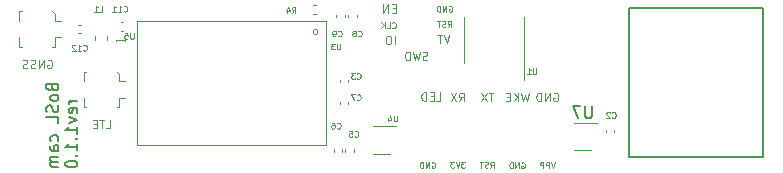
<source format=gbr>
G04 #@! TF.GenerationSoftware,KiCad,Pcbnew,(6.0.7)*
G04 #@! TF.CreationDate,2023-04-12T10:42:41+10:00*
G04 #@! TF.ProjectId,owts,6f777473-2e6b-4696-9361-645f70636258,1.1.0*
G04 #@! TF.SameCoordinates,Original*
G04 #@! TF.FileFunction,Legend,Bot*
G04 #@! TF.FilePolarity,Positive*
%FSLAX46Y46*%
G04 Gerber Fmt 4.6, Leading zero omitted, Abs format (unit mm)*
G04 Created by KiCad (PCBNEW (6.0.7)) date 2023-04-12 10:42:41*
%MOMM*%
%LPD*%
G01*
G04 APERTURE LIST*
%ADD10C,0.125000*%
%ADD11C,0.150000*%
%ADD12C,0.120000*%
G04 APERTURE END LIST*
D10*
X70930952Y-114200000D02*
X70978571Y-114176190D01*
X71050000Y-114176190D01*
X71121428Y-114200000D01*
X71169047Y-114247619D01*
X71192857Y-114295238D01*
X71216666Y-114390476D01*
X71216666Y-114461904D01*
X71192857Y-114557142D01*
X71169047Y-114604761D01*
X71121428Y-114652380D01*
X71050000Y-114676190D01*
X71002380Y-114676190D01*
X70930952Y-114652380D01*
X70907142Y-114628571D01*
X70907142Y-114461904D01*
X71002380Y-114461904D01*
X70692857Y-114676190D02*
X70692857Y-114176190D01*
X70407142Y-114676190D01*
X70407142Y-114176190D01*
X70169047Y-114676190D02*
X70169047Y-114176190D01*
X70050000Y-114176190D01*
X69978571Y-114200000D01*
X69930952Y-114247619D01*
X69907142Y-114295238D01*
X69883333Y-114390476D01*
X69883333Y-114461904D01*
X69907142Y-114557142D01*
X69930952Y-114604761D01*
X69978571Y-114652380D01*
X70050000Y-114676190D01*
X70169047Y-114676190D01*
X71300000Y-108966666D02*
X71633333Y-108966666D01*
X71633333Y-108266666D01*
X71066666Y-108600000D02*
X70833333Y-108600000D01*
X70733333Y-108966666D02*
X71066666Y-108966666D01*
X71066666Y-108266666D01*
X70733333Y-108266666D01*
X70433333Y-108966666D02*
X70433333Y-108266666D01*
X70266666Y-108266666D01*
X70166666Y-108300000D01*
X70100000Y-108366666D01*
X70066666Y-108433333D01*
X70033333Y-108566666D01*
X70033333Y-108666666D01*
X70066666Y-108800000D01*
X70100000Y-108866666D01*
X70166666Y-108933333D01*
X70266666Y-108966666D01*
X70433333Y-108966666D01*
X38385416Y-105550000D02*
X38452083Y-105516666D01*
X38552083Y-105516666D01*
X38652083Y-105550000D01*
X38718750Y-105616666D01*
X38752083Y-105683333D01*
X38785416Y-105816666D01*
X38785416Y-105916666D01*
X38752083Y-106050000D01*
X38718750Y-106116666D01*
X38652083Y-106183333D01*
X38552083Y-106216666D01*
X38485416Y-106216666D01*
X38385416Y-106183333D01*
X38352083Y-106150000D01*
X38352083Y-105916666D01*
X38485416Y-105916666D01*
X38052083Y-106216666D02*
X38052083Y-105516666D01*
X37652083Y-106216666D01*
X37652083Y-105516666D01*
X37352083Y-106183333D02*
X37252083Y-106216666D01*
X37085416Y-106216666D01*
X37018750Y-106183333D01*
X36985416Y-106150000D01*
X36952083Y-106083333D01*
X36952083Y-106016666D01*
X36985416Y-105950000D01*
X37018750Y-105916666D01*
X37085416Y-105883333D01*
X37218750Y-105850000D01*
X37285416Y-105816666D01*
X37318750Y-105783333D01*
X37352083Y-105716666D01*
X37352083Y-105650000D01*
X37318750Y-105583333D01*
X37285416Y-105550000D01*
X37218750Y-105516666D01*
X37052083Y-105516666D01*
X36952083Y-105550000D01*
X36685416Y-106183333D02*
X36585416Y-106216666D01*
X36418750Y-106216666D01*
X36352083Y-106183333D01*
X36318750Y-106150000D01*
X36285416Y-106083333D01*
X36285416Y-106016666D01*
X36318750Y-105950000D01*
X36352083Y-105916666D01*
X36418750Y-105883333D01*
X36552083Y-105850000D01*
X36618750Y-105816666D01*
X36652083Y-105783333D01*
X36685416Y-105716666D01*
X36685416Y-105650000D01*
X36652083Y-105583333D01*
X36618750Y-105550000D01*
X36552083Y-105516666D01*
X36385416Y-105516666D01*
X36285416Y-105550000D01*
X76133333Y-108316666D02*
X75733333Y-108316666D01*
X75933333Y-109016666D02*
X75933333Y-108316666D01*
X75566666Y-108316666D02*
X75100000Y-109016666D01*
X75100000Y-108316666D02*
X75566666Y-109016666D01*
D11*
X38773571Y-107850119D02*
X38821190Y-107992976D01*
X38868809Y-108040595D01*
X38964047Y-108088214D01*
X39106904Y-108088214D01*
X39202142Y-108040595D01*
X39249761Y-107992976D01*
X39297380Y-107897738D01*
X39297380Y-107516785D01*
X38297380Y-107516785D01*
X38297380Y-107850119D01*
X38345000Y-107945357D01*
X38392619Y-107992976D01*
X38487857Y-108040595D01*
X38583095Y-108040595D01*
X38678333Y-107992976D01*
X38725952Y-107945357D01*
X38773571Y-107850119D01*
X38773571Y-107516785D01*
X39297380Y-108659642D02*
X39249761Y-108564404D01*
X39202142Y-108516785D01*
X39106904Y-108469166D01*
X38821190Y-108469166D01*
X38725952Y-108516785D01*
X38678333Y-108564404D01*
X38630714Y-108659642D01*
X38630714Y-108802500D01*
X38678333Y-108897738D01*
X38725952Y-108945357D01*
X38821190Y-108992976D01*
X39106904Y-108992976D01*
X39202142Y-108945357D01*
X39249761Y-108897738D01*
X39297380Y-108802500D01*
X39297380Y-108659642D01*
X39249761Y-109373928D02*
X39297380Y-109516785D01*
X39297380Y-109754880D01*
X39249761Y-109850119D01*
X39202142Y-109897738D01*
X39106904Y-109945357D01*
X39011666Y-109945357D01*
X38916428Y-109897738D01*
X38868809Y-109850119D01*
X38821190Y-109754880D01*
X38773571Y-109564404D01*
X38725952Y-109469166D01*
X38678333Y-109421547D01*
X38583095Y-109373928D01*
X38487857Y-109373928D01*
X38392619Y-109421547D01*
X38345000Y-109469166D01*
X38297380Y-109564404D01*
X38297380Y-109802500D01*
X38345000Y-109945357D01*
X39297380Y-110850119D02*
X39297380Y-110373928D01*
X38297380Y-110373928D01*
X39249761Y-112373928D02*
X39297380Y-112278690D01*
X39297380Y-112088214D01*
X39249761Y-111992976D01*
X39202142Y-111945357D01*
X39106904Y-111897738D01*
X38821190Y-111897738D01*
X38725952Y-111945357D01*
X38678333Y-111992976D01*
X38630714Y-112088214D01*
X38630714Y-112278690D01*
X38678333Y-112373928D01*
X39297380Y-113231071D02*
X38773571Y-113231071D01*
X38678333Y-113183452D01*
X38630714Y-113088214D01*
X38630714Y-112897738D01*
X38678333Y-112802500D01*
X39249761Y-113231071D02*
X39297380Y-113135833D01*
X39297380Y-112897738D01*
X39249761Y-112802500D01*
X39154523Y-112754880D01*
X39059285Y-112754880D01*
X38964047Y-112802500D01*
X38916428Y-112897738D01*
X38916428Y-113135833D01*
X38868809Y-113231071D01*
X39297380Y-113707261D02*
X38630714Y-113707261D01*
X38725952Y-113707261D02*
X38678333Y-113754880D01*
X38630714Y-113850119D01*
X38630714Y-113992976D01*
X38678333Y-114088214D01*
X38773571Y-114135833D01*
X39297380Y-114135833D01*
X38773571Y-114135833D02*
X38678333Y-114183452D01*
X38630714Y-114278690D01*
X38630714Y-114421547D01*
X38678333Y-114516785D01*
X38773571Y-114564404D01*
X39297380Y-114564404D01*
X40907380Y-108992976D02*
X40240714Y-108992976D01*
X40431190Y-108992976D02*
X40335952Y-109040595D01*
X40288333Y-109088214D01*
X40240714Y-109183452D01*
X40240714Y-109278690D01*
X40859761Y-109992976D02*
X40907380Y-109897738D01*
X40907380Y-109707261D01*
X40859761Y-109612023D01*
X40764523Y-109564404D01*
X40383571Y-109564404D01*
X40288333Y-109612023D01*
X40240714Y-109707261D01*
X40240714Y-109897738D01*
X40288333Y-109992976D01*
X40383571Y-110040595D01*
X40478809Y-110040595D01*
X40574047Y-109564404D01*
X40240714Y-110373928D02*
X40907380Y-110612023D01*
X40240714Y-110850119D01*
X40907380Y-111754880D02*
X40907380Y-111183452D01*
X40907380Y-111469166D02*
X39907380Y-111469166D01*
X40050238Y-111373928D01*
X40145476Y-111278690D01*
X40193095Y-111183452D01*
X40812142Y-112183452D02*
X40859761Y-112231071D01*
X40907380Y-112183452D01*
X40859761Y-112135833D01*
X40812142Y-112183452D01*
X40907380Y-112183452D01*
X40907380Y-113183452D02*
X40907380Y-112612023D01*
X40907380Y-112897738D02*
X39907380Y-112897738D01*
X40050238Y-112802500D01*
X40145476Y-112707261D01*
X40193095Y-112612023D01*
X40812142Y-113612023D02*
X40859761Y-113659642D01*
X40907380Y-113612023D01*
X40859761Y-113564404D01*
X40812142Y-113612023D01*
X40907380Y-113612023D01*
X39907380Y-114278690D02*
X39907380Y-114373928D01*
X39955000Y-114469166D01*
X40002619Y-114516785D01*
X40097857Y-114564404D01*
X40288333Y-114612023D01*
X40526428Y-114612023D01*
X40716904Y-114564404D01*
X40812142Y-114516785D01*
X40859761Y-114469166D01*
X40907380Y-114373928D01*
X40907380Y-114278690D01*
X40859761Y-114183452D01*
X40812142Y-114135833D01*
X40716904Y-114088214D01*
X40526428Y-114040595D01*
X40288333Y-114040595D01*
X40097857Y-114088214D01*
X40002619Y-114135833D01*
X39955000Y-114183452D01*
X39907380Y-114278690D01*
D10*
X75873809Y-114626190D02*
X76040476Y-114388095D01*
X76159523Y-114626190D02*
X76159523Y-114126190D01*
X75969047Y-114126190D01*
X75921428Y-114150000D01*
X75897619Y-114173809D01*
X75873809Y-114221428D01*
X75873809Y-114292857D01*
X75897619Y-114340476D01*
X75921428Y-114364285D01*
X75969047Y-114388095D01*
X76159523Y-114388095D01*
X75683333Y-114602380D02*
X75611904Y-114626190D01*
X75492857Y-114626190D01*
X75445238Y-114602380D01*
X75421428Y-114578571D01*
X75397619Y-114530952D01*
X75397619Y-114483333D01*
X75421428Y-114435714D01*
X75445238Y-114411904D01*
X75492857Y-114388095D01*
X75588095Y-114364285D01*
X75635714Y-114340476D01*
X75659523Y-114316666D01*
X75683333Y-114269047D01*
X75683333Y-114221428D01*
X75659523Y-114173809D01*
X75635714Y-114150000D01*
X75588095Y-114126190D01*
X75469047Y-114126190D01*
X75397619Y-114150000D01*
X75254761Y-114126190D02*
X74969047Y-114126190D01*
X75111904Y-114626190D02*
X75111904Y-114126190D01*
X72402083Y-103366666D02*
X72168750Y-104066666D01*
X71935416Y-103366666D01*
X71802083Y-103366666D02*
X71402083Y-103366666D01*
X71602083Y-104066666D02*
X71602083Y-103366666D01*
X78530952Y-114200000D02*
X78578571Y-114176190D01*
X78650000Y-114176190D01*
X78721428Y-114200000D01*
X78769047Y-114247619D01*
X78792857Y-114295238D01*
X78816666Y-114390476D01*
X78816666Y-114461904D01*
X78792857Y-114557142D01*
X78769047Y-114604761D01*
X78721428Y-114652380D01*
X78650000Y-114676190D01*
X78602380Y-114676190D01*
X78530952Y-114652380D01*
X78507142Y-114628571D01*
X78507142Y-114461904D01*
X78602380Y-114461904D01*
X78292857Y-114676190D02*
X78292857Y-114176190D01*
X78007142Y-114676190D01*
X78007142Y-114176190D01*
X77769047Y-114676190D02*
X77769047Y-114176190D01*
X77650000Y-114176190D01*
X77578571Y-114200000D01*
X77530952Y-114247619D01*
X77507142Y-114295238D01*
X77483333Y-114390476D01*
X77483333Y-114461904D01*
X77507142Y-114557142D01*
X77530952Y-114604761D01*
X77578571Y-114652380D01*
X77650000Y-114676190D01*
X77769047Y-114676190D01*
X73216666Y-109016666D02*
X73450000Y-108683333D01*
X73616666Y-109016666D02*
X73616666Y-108316666D01*
X73350000Y-108316666D01*
X73283333Y-108350000D01*
X73250000Y-108383333D01*
X73216666Y-108450000D01*
X73216666Y-108550000D01*
X73250000Y-108616666D01*
X73283333Y-108650000D01*
X73350000Y-108683333D01*
X73616666Y-108683333D01*
X72983333Y-108316666D02*
X72516666Y-109016666D01*
X72516666Y-108316666D02*
X72983333Y-109016666D01*
X72387797Y-100950000D02*
X72435416Y-100926190D01*
X72506845Y-100926190D01*
X72578273Y-100950000D01*
X72625892Y-100997619D01*
X72649702Y-101045238D01*
X72673511Y-101140476D01*
X72673511Y-101211904D01*
X72649702Y-101307142D01*
X72625892Y-101354761D01*
X72578273Y-101402380D01*
X72506845Y-101426190D01*
X72459226Y-101426190D01*
X72387797Y-101402380D01*
X72363988Y-101378571D01*
X72363988Y-101211904D01*
X72459226Y-101211904D01*
X72149702Y-101426190D02*
X72149702Y-100926190D01*
X71863988Y-101426190D01*
X71863988Y-100926190D01*
X71625892Y-101426190D02*
X71625892Y-100926190D01*
X71506845Y-100926190D01*
X71435416Y-100950000D01*
X71387797Y-100997619D01*
X71363988Y-101045238D01*
X71340178Y-101140476D01*
X71340178Y-101211904D01*
X71363988Y-101307142D01*
X71387797Y-101354761D01*
X71435416Y-101402380D01*
X71506845Y-101426190D01*
X71625892Y-101426190D01*
X67563988Y-102778571D02*
X67587797Y-102802380D01*
X67659226Y-102826190D01*
X67706845Y-102826190D01*
X67778273Y-102802380D01*
X67825892Y-102754761D01*
X67849702Y-102707142D01*
X67873511Y-102611904D01*
X67873511Y-102540476D01*
X67849702Y-102445238D01*
X67825892Y-102397619D01*
X67778273Y-102350000D01*
X67706845Y-102326190D01*
X67659226Y-102326190D01*
X67587797Y-102350000D01*
X67563988Y-102373809D01*
X67111607Y-102826190D02*
X67349702Y-102826190D01*
X67349702Y-102326190D01*
X66944940Y-102826190D02*
X66944940Y-102326190D01*
X66659226Y-102826190D02*
X66873511Y-102540476D01*
X66659226Y-102326190D02*
X66944940Y-102611904D01*
X72263988Y-102726190D02*
X72430654Y-102488095D01*
X72549702Y-102726190D02*
X72549702Y-102226190D01*
X72359226Y-102226190D01*
X72311607Y-102250000D01*
X72287797Y-102273809D01*
X72263988Y-102321428D01*
X72263988Y-102392857D01*
X72287797Y-102440476D01*
X72311607Y-102464285D01*
X72359226Y-102488095D01*
X72549702Y-102488095D01*
X72073511Y-102702380D02*
X72002083Y-102726190D01*
X71883035Y-102726190D01*
X71835416Y-102702380D01*
X71811607Y-102678571D01*
X71787797Y-102630952D01*
X71787797Y-102583333D01*
X71811607Y-102535714D01*
X71835416Y-102511904D01*
X71883035Y-102488095D01*
X71978273Y-102464285D01*
X72025892Y-102440476D01*
X72049702Y-102416666D01*
X72073511Y-102369047D01*
X72073511Y-102321428D01*
X72049702Y-102273809D01*
X72025892Y-102250000D01*
X71978273Y-102226190D01*
X71859226Y-102226190D01*
X71787797Y-102250000D01*
X71644940Y-102226190D02*
X71359226Y-102226190D01*
X71502083Y-102726190D02*
X71502083Y-102226190D01*
X81366666Y-114176190D02*
X81200000Y-114676190D01*
X81033333Y-114176190D01*
X80866666Y-114676190D02*
X80866666Y-114176190D01*
X80676190Y-114176190D01*
X80628571Y-114200000D01*
X80604761Y-114223809D01*
X80580952Y-114271428D01*
X80580952Y-114342857D01*
X80604761Y-114390476D01*
X80628571Y-114414285D01*
X80676190Y-114438095D01*
X80866666Y-114438095D01*
X80366666Y-114676190D02*
X80366666Y-114176190D01*
X80176190Y-114176190D01*
X80128571Y-114200000D01*
X80104761Y-114223809D01*
X80080952Y-114271428D01*
X80080952Y-114342857D01*
X80104761Y-114390476D01*
X80128571Y-114414285D01*
X80176190Y-114438095D01*
X80366666Y-114438095D01*
X70535416Y-105483333D02*
X70435416Y-105516666D01*
X70268750Y-105516666D01*
X70202083Y-105483333D01*
X70168750Y-105450000D01*
X70135416Y-105383333D01*
X70135416Y-105316666D01*
X70168750Y-105250000D01*
X70202083Y-105216666D01*
X70268750Y-105183333D01*
X70402083Y-105150000D01*
X70468750Y-105116666D01*
X70502083Y-105083333D01*
X70535416Y-105016666D01*
X70535416Y-104950000D01*
X70502083Y-104883333D01*
X70468750Y-104850000D01*
X70402083Y-104816666D01*
X70235416Y-104816666D01*
X70135416Y-104850000D01*
X69902083Y-104816666D02*
X69735416Y-105516666D01*
X69602083Y-105016666D01*
X69468750Y-105516666D01*
X69302083Y-104816666D01*
X69035416Y-105516666D02*
X69035416Y-104816666D01*
X68868750Y-104816666D01*
X68768750Y-104850000D01*
X68702083Y-104916666D01*
X68668750Y-104983333D01*
X68635416Y-105116666D01*
X68635416Y-105216666D01*
X68668750Y-105350000D01*
X68702083Y-105416666D01*
X68768750Y-105483333D01*
X68868750Y-105516666D01*
X69035416Y-105516666D01*
X67802083Y-104166666D02*
X67802083Y-103466666D01*
X67335416Y-103466666D02*
X67202083Y-103466666D01*
X67135416Y-103500000D01*
X67068750Y-103566666D01*
X67035416Y-103700000D01*
X67035416Y-103933333D01*
X67068750Y-104066666D01*
X67135416Y-104133333D01*
X67202083Y-104166666D01*
X67335416Y-104166666D01*
X67402083Y-104133333D01*
X67468750Y-104066666D01*
X67502083Y-103933333D01*
X67502083Y-103700000D01*
X67468750Y-103566666D01*
X67402083Y-103500000D01*
X67335416Y-103466666D01*
X43318750Y-111316666D02*
X43652083Y-111316666D01*
X43652083Y-110616666D01*
X43185416Y-110616666D02*
X42785416Y-110616666D01*
X42985416Y-111316666D02*
X42985416Y-110616666D01*
X42552083Y-110950000D02*
X42318750Y-110950000D01*
X42218750Y-111316666D02*
X42552083Y-111316666D01*
X42552083Y-110616666D01*
X42218750Y-110616666D01*
X81233333Y-108350000D02*
X81300000Y-108316666D01*
X81400000Y-108316666D01*
X81500000Y-108350000D01*
X81566666Y-108416666D01*
X81600000Y-108483333D01*
X81633333Y-108616666D01*
X81633333Y-108716666D01*
X81600000Y-108850000D01*
X81566666Y-108916666D01*
X81500000Y-108983333D01*
X81400000Y-109016666D01*
X81333333Y-109016666D01*
X81233333Y-108983333D01*
X81200000Y-108950000D01*
X81200000Y-108716666D01*
X81333333Y-108716666D01*
X80900000Y-109016666D02*
X80900000Y-108316666D01*
X80500000Y-109016666D01*
X80500000Y-108316666D01*
X80166666Y-109016666D02*
X80166666Y-108316666D01*
X80000000Y-108316666D01*
X79900000Y-108350000D01*
X79833333Y-108416666D01*
X79800000Y-108483333D01*
X79766666Y-108616666D01*
X79766666Y-108716666D01*
X79800000Y-108850000D01*
X79833333Y-108916666D01*
X79900000Y-108983333D01*
X80000000Y-109016666D01*
X80166666Y-109016666D01*
X79116666Y-108316666D02*
X78950000Y-109016666D01*
X78816666Y-108516666D01*
X78683333Y-109016666D01*
X78516666Y-108316666D01*
X78250000Y-109016666D02*
X78250000Y-108316666D01*
X77850000Y-109016666D02*
X78150000Y-108616666D01*
X77850000Y-108316666D02*
X78250000Y-108716666D01*
X77550000Y-108650000D02*
X77316666Y-108650000D01*
X77216666Y-109016666D02*
X77550000Y-109016666D01*
X77550000Y-108316666D01*
X77216666Y-108316666D01*
X73719047Y-114126190D02*
X73409523Y-114126190D01*
X73576190Y-114316666D01*
X73504761Y-114316666D01*
X73457142Y-114340476D01*
X73433333Y-114364285D01*
X73409523Y-114411904D01*
X73409523Y-114530952D01*
X73433333Y-114578571D01*
X73457142Y-114602380D01*
X73504761Y-114626190D01*
X73647619Y-114626190D01*
X73695238Y-114602380D01*
X73719047Y-114578571D01*
X73266666Y-114126190D02*
X73100000Y-114626190D01*
X72933333Y-114126190D01*
X72814285Y-114126190D02*
X72504761Y-114126190D01*
X72671428Y-114316666D01*
X72600000Y-114316666D01*
X72552380Y-114340476D01*
X72528571Y-114364285D01*
X72504761Y-114411904D01*
X72504761Y-114530952D01*
X72528571Y-114578571D01*
X72552380Y-114602380D01*
X72600000Y-114626190D01*
X72742857Y-114626190D01*
X72790476Y-114602380D01*
X72814285Y-114578571D01*
X67852083Y-101150000D02*
X67618750Y-101150000D01*
X67518750Y-101516666D02*
X67852083Y-101516666D01*
X67852083Y-100816666D01*
X67518750Y-100816666D01*
X67218750Y-101516666D02*
X67218750Y-100816666D01*
X66818750Y-101516666D01*
X66818750Y-100816666D01*
D11*
X84461904Y-109452380D02*
X84461904Y-110261904D01*
X84414285Y-110357142D01*
X84366666Y-110404761D01*
X84271428Y-110452380D01*
X84080952Y-110452380D01*
X83985714Y-110404761D01*
X83938095Y-110357142D01*
X83890476Y-110261904D01*
X83890476Y-109452380D01*
X83509523Y-109452380D02*
X82842857Y-109452380D01*
X83271428Y-110452380D01*
D10*
X67980952Y-110226190D02*
X67980952Y-110630952D01*
X67957142Y-110678571D01*
X67933333Y-110702380D01*
X67885714Y-110726190D01*
X67790476Y-110726190D01*
X67742857Y-110702380D01*
X67719047Y-110678571D01*
X67695238Y-110630952D01*
X67695238Y-110226190D01*
X67242857Y-110392857D02*
X67242857Y-110726190D01*
X67361904Y-110202380D02*
X67480952Y-110559523D01*
X67171428Y-110559523D01*
X45680952Y-103231190D02*
X45680952Y-103635952D01*
X45657142Y-103683571D01*
X45633333Y-103707380D01*
X45585714Y-103731190D01*
X45490476Y-103731190D01*
X45442857Y-103707380D01*
X45419047Y-103683571D01*
X45395238Y-103635952D01*
X45395238Y-103231190D01*
X44919047Y-103231190D02*
X45157142Y-103231190D01*
X45180952Y-103469285D01*
X45157142Y-103445476D01*
X45109523Y-103421666D01*
X44990476Y-103421666D01*
X44942857Y-103445476D01*
X44919047Y-103469285D01*
X44895238Y-103516904D01*
X44895238Y-103635952D01*
X44919047Y-103683571D01*
X44942857Y-103707380D01*
X44990476Y-103731190D01*
X45109523Y-103731190D01*
X45157142Y-103707380D01*
X45180952Y-103683571D01*
X79780952Y-106226190D02*
X79780952Y-106630952D01*
X79757142Y-106678571D01*
X79733333Y-106702380D01*
X79685714Y-106726190D01*
X79590476Y-106726190D01*
X79542857Y-106702380D01*
X79519047Y-106678571D01*
X79495238Y-106630952D01*
X79495238Y-106226190D01*
X78995238Y-106726190D02*
X79280952Y-106726190D01*
X79138095Y-106726190D02*
X79138095Y-106226190D01*
X79185714Y-106297619D01*
X79233333Y-106345238D01*
X79280952Y-106369047D01*
X44821428Y-101378571D02*
X44845238Y-101402380D01*
X44916666Y-101426190D01*
X44964285Y-101426190D01*
X45035714Y-101402380D01*
X45083333Y-101354761D01*
X45107142Y-101307142D01*
X45130952Y-101211904D01*
X45130952Y-101140476D01*
X45107142Y-101045238D01*
X45083333Y-100997619D01*
X45035714Y-100950000D01*
X44964285Y-100926190D01*
X44916666Y-100926190D01*
X44845238Y-100950000D01*
X44821428Y-100973809D01*
X44345238Y-101426190D02*
X44630952Y-101426190D01*
X44488095Y-101426190D02*
X44488095Y-100926190D01*
X44535714Y-100997619D01*
X44583333Y-101045238D01*
X44630952Y-101069047D01*
X43869047Y-101426190D02*
X44154761Y-101426190D01*
X44011904Y-101426190D02*
X44011904Y-100926190D01*
X44059523Y-100997619D01*
X44107142Y-101045238D01*
X44154761Y-101069047D01*
X63180952Y-104131190D02*
X63180952Y-104535952D01*
X63157142Y-104583571D01*
X63133333Y-104607380D01*
X63085714Y-104631190D01*
X62990476Y-104631190D01*
X62942857Y-104607380D01*
X62919047Y-104583571D01*
X62895238Y-104535952D01*
X62895238Y-104131190D01*
X62704761Y-104131190D02*
X62395238Y-104131190D01*
X62561904Y-104321666D01*
X62490476Y-104321666D01*
X62442857Y-104345476D01*
X62419047Y-104369285D01*
X62395238Y-104416904D01*
X62395238Y-104535952D01*
X62419047Y-104583571D01*
X62442857Y-104607380D01*
X62490476Y-104631190D01*
X62633333Y-104631190D01*
X62680952Y-104607380D01*
X62704761Y-104583571D01*
X41421428Y-104683571D02*
X41445238Y-104707380D01*
X41516666Y-104731190D01*
X41564285Y-104731190D01*
X41635714Y-104707380D01*
X41683333Y-104659761D01*
X41707142Y-104612142D01*
X41730952Y-104516904D01*
X41730952Y-104445476D01*
X41707142Y-104350238D01*
X41683333Y-104302619D01*
X41635714Y-104255000D01*
X41564285Y-104231190D01*
X41516666Y-104231190D01*
X41445238Y-104255000D01*
X41421428Y-104278809D01*
X40945238Y-104731190D02*
X41230952Y-104731190D01*
X41088095Y-104731190D02*
X41088095Y-104231190D01*
X41135714Y-104302619D01*
X41183333Y-104350238D01*
X41230952Y-104374047D01*
X40754761Y-104278809D02*
X40730952Y-104255000D01*
X40683333Y-104231190D01*
X40564285Y-104231190D01*
X40516666Y-104255000D01*
X40492857Y-104278809D01*
X40469047Y-104326428D01*
X40469047Y-104374047D01*
X40492857Y-104445476D01*
X40778571Y-104731190D01*
X40469047Y-104731190D01*
X42783333Y-101426190D02*
X43021428Y-101426190D01*
X43021428Y-100926190D01*
X42354761Y-101426190D02*
X42640476Y-101426190D01*
X42497619Y-101426190D02*
X42497619Y-100926190D01*
X42545238Y-100997619D01*
X42592857Y-101045238D01*
X42640476Y-101069047D01*
X62883333Y-111278571D02*
X62907142Y-111302380D01*
X62978571Y-111326190D01*
X63026190Y-111326190D01*
X63097619Y-111302380D01*
X63145238Y-111254761D01*
X63169047Y-111207142D01*
X63192857Y-111111904D01*
X63192857Y-111040476D01*
X63169047Y-110945238D01*
X63145238Y-110897619D01*
X63097619Y-110850000D01*
X63026190Y-110826190D01*
X62978571Y-110826190D01*
X62907142Y-110850000D01*
X62883333Y-110873809D01*
X62454761Y-110826190D02*
X62550000Y-110826190D01*
X62597619Y-110850000D01*
X62621428Y-110873809D01*
X62669047Y-110945238D01*
X62692857Y-111040476D01*
X62692857Y-111230952D01*
X62669047Y-111278571D01*
X62645238Y-111302380D01*
X62597619Y-111326190D01*
X62502380Y-111326190D01*
X62454761Y-111302380D01*
X62430952Y-111278571D01*
X62407142Y-111230952D01*
X62407142Y-111111904D01*
X62430952Y-111064285D01*
X62454761Y-111040476D01*
X62502380Y-111016666D01*
X62597619Y-111016666D01*
X62645238Y-111040476D01*
X62669047Y-111064285D01*
X62692857Y-111111904D01*
X59083333Y-101531190D02*
X59250000Y-101293095D01*
X59369047Y-101531190D02*
X59369047Y-101031190D01*
X59178571Y-101031190D01*
X59130952Y-101055000D01*
X59107142Y-101078809D01*
X59083333Y-101126428D01*
X59083333Y-101197857D01*
X59107142Y-101245476D01*
X59130952Y-101269285D01*
X59178571Y-101293095D01*
X59369047Y-101293095D01*
X58654761Y-101197857D02*
X58654761Y-101531190D01*
X58773809Y-101007380D02*
X58892857Y-101364523D01*
X58583333Y-101364523D01*
X86183333Y-110378571D02*
X86207142Y-110402380D01*
X86278571Y-110426190D01*
X86326190Y-110426190D01*
X86397619Y-110402380D01*
X86445238Y-110354761D01*
X86469047Y-110307142D01*
X86492857Y-110211904D01*
X86492857Y-110140476D01*
X86469047Y-110045238D01*
X86445238Y-109997619D01*
X86397619Y-109950000D01*
X86326190Y-109926190D01*
X86278571Y-109926190D01*
X86207142Y-109950000D01*
X86183333Y-109973809D01*
X85992857Y-109973809D02*
X85969047Y-109950000D01*
X85921428Y-109926190D01*
X85802380Y-109926190D01*
X85754761Y-109950000D01*
X85730952Y-109973809D01*
X85707142Y-110021428D01*
X85707142Y-110069047D01*
X85730952Y-110140476D01*
X86016666Y-110426190D01*
X85707142Y-110426190D01*
X64383333Y-111978571D02*
X64407142Y-112002380D01*
X64478571Y-112026190D01*
X64526190Y-112026190D01*
X64597619Y-112002380D01*
X64645238Y-111954761D01*
X64669047Y-111907142D01*
X64692857Y-111811904D01*
X64692857Y-111740476D01*
X64669047Y-111645238D01*
X64645238Y-111597619D01*
X64597619Y-111550000D01*
X64526190Y-111526190D01*
X64478571Y-111526190D01*
X64407142Y-111550000D01*
X64383333Y-111573809D01*
X63930952Y-111526190D02*
X64169047Y-111526190D01*
X64192857Y-111764285D01*
X64169047Y-111740476D01*
X64121428Y-111716666D01*
X64002380Y-111716666D01*
X63954761Y-111740476D01*
X63930952Y-111764285D01*
X63907142Y-111811904D01*
X63907142Y-111930952D01*
X63930952Y-111978571D01*
X63954761Y-112002380D01*
X64002380Y-112026190D01*
X64121428Y-112026190D01*
X64169047Y-112002380D01*
X64192857Y-111978571D01*
X62983333Y-103483571D02*
X63007142Y-103507380D01*
X63078571Y-103531190D01*
X63126190Y-103531190D01*
X63197619Y-103507380D01*
X63245238Y-103459761D01*
X63269047Y-103412142D01*
X63292857Y-103316904D01*
X63292857Y-103245476D01*
X63269047Y-103150238D01*
X63245238Y-103102619D01*
X63197619Y-103055000D01*
X63126190Y-103031190D01*
X63078571Y-103031190D01*
X63007142Y-103055000D01*
X62983333Y-103078809D01*
X62745238Y-103531190D02*
X62650000Y-103531190D01*
X62602380Y-103507380D01*
X62578571Y-103483571D01*
X62530952Y-103412142D01*
X62507142Y-103316904D01*
X62507142Y-103126428D01*
X62530952Y-103078809D01*
X62554761Y-103055000D01*
X62602380Y-103031190D01*
X62697619Y-103031190D01*
X62745238Y-103055000D01*
X62769047Y-103078809D01*
X62792857Y-103126428D01*
X62792857Y-103245476D01*
X62769047Y-103293095D01*
X62745238Y-103316904D01*
X62697619Y-103340714D01*
X62602380Y-103340714D01*
X62554761Y-103316904D01*
X62530952Y-103293095D01*
X62507142Y-103245476D01*
X64583333Y-107078571D02*
X64607142Y-107102380D01*
X64678571Y-107126190D01*
X64726190Y-107126190D01*
X64797619Y-107102380D01*
X64845238Y-107054761D01*
X64869047Y-107007142D01*
X64892857Y-106911904D01*
X64892857Y-106840476D01*
X64869047Y-106745238D01*
X64845238Y-106697619D01*
X64797619Y-106650000D01*
X64726190Y-106626190D01*
X64678571Y-106626190D01*
X64607142Y-106650000D01*
X64583333Y-106673809D01*
X64416666Y-106626190D02*
X64107142Y-106626190D01*
X64273809Y-106816666D01*
X64202380Y-106816666D01*
X64154761Y-106840476D01*
X64130952Y-106864285D01*
X64107142Y-106911904D01*
X64107142Y-107030952D01*
X64130952Y-107078571D01*
X64154761Y-107102380D01*
X64202380Y-107126190D01*
X64345238Y-107126190D01*
X64392857Y-107102380D01*
X64416666Y-107078571D01*
X64683333Y-103483571D02*
X64707142Y-103507380D01*
X64778571Y-103531190D01*
X64826190Y-103531190D01*
X64897619Y-103507380D01*
X64945238Y-103459761D01*
X64969047Y-103412142D01*
X64992857Y-103316904D01*
X64992857Y-103245476D01*
X64969047Y-103150238D01*
X64945238Y-103102619D01*
X64897619Y-103055000D01*
X64826190Y-103031190D01*
X64778571Y-103031190D01*
X64707142Y-103055000D01*
X64683333Y-103078809D01*
X64397619Y-103245476D02*
X64445238Y-103221666D01*
X64469047Y-103197857D01*
X64492857Y-103150238D01*
X64492857Y-103126428D01*
X64469047Y-103078809D01*
X64445238Y-103055000D01*
X64397619Y-103031190D01*
X64302380Y-103031190D01*
X64254761Y-103055000D01*
X64230952Y-103078809D01*
X64207142Y-103126428D01*
X64207142Y-103150238D01*
X64230952Y-103197857D01*
X64254761Y-103221666D01*
X64302380Y-103245476D01*
X64397619Y-103245476D01*
X64445238Y-103269285D01*
X64469047Y-103293095D01*
X64492857Y-103340714D01*
X64492857Y-103435952D01*
X64469047Y-103483571D01*
X64445238Y-103507380D01*
X64397619Y-103531190D01*
X64302380Y-103531190D01*
X64254761Y-103507380D01*
X64230952Y-103483571D01*
X64207142Y-103435952D01*
X64207142Y-103340714D01*
X64230952Y-103293095D01*
X64254761Y-103269285D01*
X64302380Y-103245476D01*
X64583333Y-108878571D02*
X64607142Y-108902380D01*
X64678571Y-108926190D01*
X64726190Y-108926190D01*
X64797619Y-108902380D01*
X64845238Y-108854761D01*
X64869047Y-108807142D01*
X64892857Y-108711904D01*
X64892857Y-108640476D01*
X64869047Y-108545238D01*
X64845238Y-108497619D01*
X64797619Y-108450000D01*
X64726190Y-108426190D01*
X64678571Y-108426190D01*
X64607142Y-108450000D01*
X64583333Y-108473809D01*
X64416666Y-108426190D02*
X64083333Y-108426190D01*
X64297619Y-108926190D01*
D12*
X84400000Y-113160000D02*
X83000000Y-113160000D01*
X83000000Y-110840000D02*
X84900000Y-110840000D01*
X65950000Y-111140000D02*
X67850000Y-111140000D01*
X67350000Y-113460000D02*
X65950000Y-113460000D01*
X44978000Y-103950000D02*
X44978000Y-103850000D01*
X44978000Y-103850000D02*
X44178000Y-103850000D01*
X44178000Y-103850000D02*
X44178000Y-103950000D01*
X73640000Y-103800000D02*
X73640000Y-105750000D01*
X78760000Y-103800000D02*
X78760000Y-107250000D01*
X73640000Y-103800000D02*
X73640000Y-101850000D01*
X78760000Y-103800000D02*
X78760000Y-101850000D01*
X44570164Y-102340000D02*
X44785836Y-102340000D01*
X44570164Y-103060000D02*
X44785836Y-103060000D01*
X45978000Y-102250000D02*
X45978000Y-112750000D01*
X61978000Y-102250000D02*
X45978000Y-102250000D01*
X45978000Y-112750000D02*
X61978000Y-112750000D01*
X61978000Y-112750000D02*
X61978000Y-102250000D01*
X61302264Y-103150000D02*
G75*
G03*
X61302264Y-103150000I-212132J0D01*
G01*
X40970164Y-103271000D02*
X41185836Y-103271000D01*
X40970164Y-102551000D02*
X41185836Y-102551000D01*
X42368000Y-103510221D02*
X42368000Y-103835779D01*
X43388000Y-103510221D02*
X43388000Y-103835779D01*
X63360000Y-113307836D02*
X63360000Y-113092164D01*
X62640000Y-113307836D02*
X62640000Y-113092164D01*
X61153641Y-101655000D02*
X60846359Y-101655000D01*
X61153641Y-100895000D02*
X60846359Y-100895000D01*
X85640000Y-111632836D02*
X85640000Y-111417164D01*
X86360000Y-111632836D02*
X86360000Y-111417164D01*
X63615000Y-113307836D02*
X63615000Y-113092164D01*
X64335000Y-113307836D02*
X64335000Y-113092164D01*
D11*
X87600000Y-101145000D02*
X99000000Y-101145000D01*
X99000000Y-107345000D02*
X99000000Y-113745000D01*
X99000000Y-101145000D02*
X99000000Y-107545000D01*
X99000000Y-113745000D02*
X87600000Y-113745000D01*
X87600000Y-101145000D02*
X87600000Y-113745000D01*
D12*
X62840000Y-101907836D02*
X62840000Y-101692164D01*
X63560000Y-101907836D02*
X63560000Y-101692164D01*
X38802000Y-104411000D02*
X39002000Y-104411000D01*
X36002000Y-103611000D02*
X36002000Y-104411000D01*
X36202000Y-101411000D02*
X36002000Y-101411000D01*
X36002000Y-101411000D02*
X36002000Y-102211000D01*
X36002000Y-104411000D02*
X36202000Y-104411000D01*
X39002000Y-103611000D02*
X39502000Y-103611000D01*
X39002000Y-102211000D02*
X39502000Y-102211000D01*
X39002000Y-104411000D02*
X39002000Y-103611000D01*
X39002000Y-102211000D02*
X39002000Y-101611000D01*
X39002000Y-101611000D02*
X38802000Y-101411000D01*
X63838000Y-107412836D02*
X63838000Y-107197164D01*
X63118000Y-107412836D02*
X63118000Y-107197164D01*
X64560000Y-101692164D02*
X64560000Y-101907836D01*
X63840000Y-101692164D02*
X63840000Y-101907836D01*
X41678000Y-106500000D02*
X41478000Y-106500000D01*
X44478000Y-107300000D02*
X44478000Y-106700000D01*
X44478000Y-109500000D02*
X44478000Y-108700000D01*
X44478000Y-107300000D02*
X44978000Y-107300000D01*
X44478000Y-108700000D02*
X44978000Y-108700000D01*
X44278000Y-109500000D02*
X44478000Y-109500000D01*
X41478000Y-106500000D02*
X41478000Y-107300000D01*
X41478000Y-108700000D02*
X41478000Y-109500000D01*
X41478000Y-109500000D02*
X41678000Y-109500000D01*
X44478000Y-106700000D02*
X44278000Y-106500000D01*
X63838000Y-109287836D02*
X63838000Y-109072164D01*
X63118000Y-109287836D02*
X63118000Y-109072164D01*
M02*

</source>
